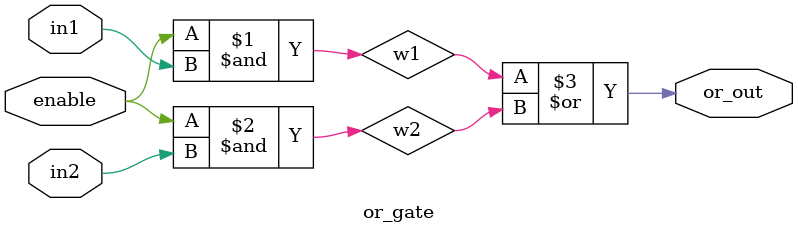
<source format=v>
module or_gate (
    input wire in1, 
    input wire in2,
    input wire enable,
    output wire or_out
    );

wire w1, w2;

and u0 (w1, enable, in1);
and u1 (w2, enable, in2);

or u2 (or_out, w1, w2);

endmodule

</source>
